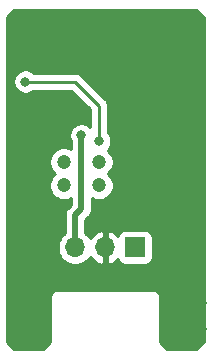
<source format=gbl>
%TF.GenerationSoftware,KiCad,Pcbnew,(5.1.7)-1*%
%TF.CreationDate,2022-01-04T16:45:12+01:00*%
%TF.ProjectId,psu-module-positive,7073752d-6d6f-4647-956c-652d706f7369,rev?*%
%TF.SameCoordinates,Original*%
%TF.FileFunction,Copper,L2,Bot*%
%TF.FilePolarity,Positive*%
%FSLAX46Y46*%
G04 Gerber Fmt 4.6, Leading zero omitted, Abs format (unit mm)*
G04 Created by KiCad (PCBNEW (5.1.7)-1) date 2022-01-04 16:45:12*
%MOMM*%
%LPD*%
G01*
G04 APERTURE LIST*
%TA.AperFunction,ComponentPad*%
%ADD10C,1.200000*%
%TD*%
%TA.AperFunction,ComponentPad*%
%ADD11R,1.700000X1.700000*%
%TD*%
%TA.AperFunction,ComponentPad*%
%ADD12O,1.700000X1.700000*%
%TD*%
%TA.AperFunction,ViaPad*%
%ADD13C,0.800000*%
%TD*%
%TA.AperFunction,Conductor*%
%ADD14C,0.250000*%
%TD*%
%TA.AperFunction,Conductor*%
%ADD15C,0.500000*%
%TD*%
%TA.AperFunction,Conductor*%
%ADD16C,0.254000*%
%TD*%
%TA.AperFunction,Conductor*%
%ADD17C,0.100000*%
%TD*%
G04 APERTURE END LIST*
D10*
X22000000Y-20500000D03*
X19000000Y-20500000D03*
X22000000Y-18500000D03*
X19000000Y-18500000D03*
D11*
X25040000Y-25750000D03*
D12*
X22500000Y-25750000D03*
X19960000Y-25750000D03*
D13*
X17500000Y-29000000D03*
X14500000Y-7000000D03*
X14500000Y-8000000D03*
X14500000Y-9000000D03*
X30500000Y-7000000D03*
X30500000Y-8000000D03*
X30500000Y-9000000D03*
X14500000Y-10000000D03*
X14500000Y-13000000D03*
X14500000Y-14000000D03*
X14500000Y-15000000D03*
X30500000Y-10000000D03*
X30500000Y-11000000D03*
X30500000Y-12000000D03*
X30500000Y-13000000D03*
X30500000Y-14000000D03*
X30500000Y-15000000D03*
X30500000Y-16000000D03*
X30500000Y-17000000D03*
X30500000Y-18000000D03*
X30500000Y-19000000D03*
X30500000Y-20000000D03*
X30500000Y-21000000D03*
X30500000Y-22000000D03*
X30500000Y-23000000D03*
X30500000Y-25000000D03*
X30500000Y-24000000D03*
X30500000Y-26000000D03*
X30500000Y-27000000D03*
X30500000Y-28000000D03*
X30500000Y-29000000D03*
X30500000Y-30000000D03*
X14500000Y-30000000D03*
X14500000Y-29000000D03*
X14500000Y-28000000D03*
X14500000Y-27000000D03*
X14500000Y-26000000D03*
X14500000Y-25000000D03*
X14500000Y-24000000D03*
X14500000Y-23000000D03*
X14500000Y-22000000D03*
X14500000Y-21000000D03*
X14500000Y-19000000D03*
X14500000Y-17000000D03*
X14500000Y-16000000D03*
X14500000Y-18000000D03*
X14500000Y-12000000D03*
X27500000Y-29000000D03*
X19500000Y-29000000D03*
X20500000Y-29000000D03*
X21500000Y-29000000D03*
X22500000Y-29000000D03*
X23500000Y-29000000D03*
X24500000Y-29000000D03*
X25500000Y-29000000D03*
X26500000Y-29000000D03*
X27500000Y-30000000D03*
X15500000Y-6000000D03*
X16500000Y-6000000D03*
X17500000Y-6000000D03*
X18500000Y-6000000D03*
X19500000Y-6000000D03*
X20500000Y-6000000D03*
X21500000Y-6000000D03*
X22500000Y-6000000D03*
X23500000Y-6000000D03*
X24500000Y-6000000D03*
X25500000Y-6000000D03*
X26500000Y-6000000D03*
X27500000Y-6000000D03*
X28500000Y-6000000D03*
X29500000Y-6000000D03*
X30500000Y-31000000D03*
X30500000Y-32000000D03*
X30500000Y-33000000D03*
X14500000Y-31000000D03*
X14500000Y-32000000D03*
X14500000Y-33000000D03*
X15500000Y-34000000D03*
X16500000Y-34000000D03*
X17500000Y-33000000D03*
X17500000Y-32000000D03*
X17500000Y-31000000D03*
X17500000Y-30000000D03*
X27500000Y-33000000D03*
X27500000Y-32000000D03*
X27500000Y-31000000D03*
X29500000Y-34000000D03*
X18500000Y-29000000D03*
X28500000Y-34000000D03*
X14500000Y-20000000D03*
X14500000Y-11000000D03*
X22000000Y-16750000D03*
X15750000Y-11700000D03*
X20500000Y-16250000D03*
D14*
X19950000Y-11700000D02*
X15750000Y-11700000D01*
X22000000Y-13750000D02*
X19950000Y-11700000D01*
X22000000Y-16750000D02*
X22000000Y-13750000D01*
D15*
X19960000Y-25750000D02*
X19960000Y-23040000D01*
X19960000Y-23040000D02*
X20500000Y-22500000D01*
X20500000Y-22500000D02*
X20500000Y-17000000D01*
X20500000Y-17000000D02*
X20500000Y-16250000D01*
D16*
X30840000Y-6273381D02*
X30840001Y-29967571D01*
X30836807Y-30000000D01*
X30849550Y-30129383D01*
X30887290Y-30253793D01*
X30948575Y-30368450D01*
X30953950Y-30375000D01*
X30948575Y-30381550D01*
X30887290Y-30496207D01*
X30849550Y-30620617D01*
X30836807Y-30750000D01*
X30840000Y-30782420D01*
X30840001Y-32217571D01*
X30836807Y-32250000D01*
X30849550Y-32379383D01*
X30887290Y-32503793D01*
X30948575Y-32618450D01*
X30953950Y-32625000D01*
X30948575Y-32631550D01*
X30887290Y-32746207D01*
X30849550Y-32870617D01*
X30836807Y-33000000D01*
X30840001Y-33032429D01*
X30840000Y-33726619D01*
X30226620Y-34340000D01*
X27773381Y-34340000D01*
X27160000Y-33726620D01*
X27160000Y-30032419D01*
X27163193Y-30000000D01*
X27150450Y-29870617D01*
X27112710Y-29746207D01*
X27051425Y-29631550D01*
X26968948Y-29531052D01*
X26868450Y-29448575D01*
X26753793Y-29387290D01*
X26629383Y-29349550D01*
X26532419Y-29340000D01*
X26500000Y-29336807D01*
X26467581Y-29340000D01*
X18532419Y-29340000D01*
X18500000Y-29336807D01*
X18467581Y-29340000D01*
X18370617Y-29349550D01*
X18246207Y-29387290D01*
X18131550Y-29448575D01*
X18031052Y-29531052D01*
X17948575Y-29631550D01*
X17887290Y-29746207D01*
X17849550Y-29870617D01*
X17836807Y-30000000D01*
X17840000Y-30032419D01*
X17840001Y-33726618D01*
X17226620Y-34340000D01*
X14773381Y-34340000D01*
X14160000Y-33726620D01*
X14160000Y-11598061D01*
X14715000Y-11598061D01*
X14715000Y-11801939D01*
X14754774Y-12001898D01*
X14832795Y-12190256D01*
X14946063Y-12359774D01*
X15090226Y-12503937D01*
X15259744Y-12617205D01*
X15448102Y-12695226D01*
X15648061Y-12735000D01*
X15851939Y-12735000D01*
X16051898Y-12695226D01*
X16240256Y-12617205D01*
X16409774Y-12503937D01*
X16453711Y-12460000D01*
X19635199Y-12460000D01*
X21240001Y-14064803D01*
X21240000Y-15526289D01*
X21159774Y-15446063D01*
X20990256Y-15332795D01*
X20801898Y-15254774D01*
X20601939Y-15215000D01*
X20398061Y-15215000D01*
X20198102Y-15254774D01*
X20009744Y-15332795D01*
X19840226Y-15446063D01*
X19696063Y-15590226D01*
X19582795Y-15759744D01*
X19504774Y-15948102D01*
X19465000Y-16148061D01*
X19465000Y-16351939D01*
X19504774Y-16551898D01*
X19582795Y-16740256D01*
X19615000Y-16788454D01*
X19615000Y-17043476D01*
X19615001Y-17043486D01*
X19615001Y-17425608D01*
X19584992Y-17405557D01*
X19360236Y-17312460D01*
X19121637Y-17265000D01*
X18878363Y-17265000D01*
X18639764Y-17312460D01*
X18415008Y-17405557D01*
X18212733Y-17540713D01*
X18040713Y-17712733D01*
X17905557Y-17915008D01*
X17812460Y-18139764D01*
X17765000Y-18378363D01*
X17765000Y-18621637D01*
X17812460Y-18860236D01*
X17905557Y-19084992D01*
X18040713Y-19287267D01*
X18212733Y-19459287D01*
X18273664Y-19500000D01*
X18212733Y-19540713D01*
X18040713Y-19712733D01*
X17905557Y-19915008D01*
X17812460Y-20139764D01*
X17765000Y-20378363D01*
X17765000Y-20621637D01*
X17812460Y-20860236D01*
X17905557Y-21084992D01*
X18040713Y-21287267D01*
X18212733Y-21459287D01*
X18415008Y-21594443D01*
X18639764Y-21687540D01*
X18878363Y-21735000D01*
X19121637Y-21735000D01*
X19360236Y-21687540D01*
X19584992Y-21594443D01*
X19615000Y-21574392D01*
X19615000Y-22133422D01*
X19364952Y-22383470D01*
X19331184Y-22411183D01*
X19303471Y-22444951D01*
X19303468Y-22444954D01*
X19220590Y-22545941D01*
X19138412Y-22699687D01*
X19087805Y-22866510D01*
X19070719Y-23040000D01*
X19075001Y-23083479D01*
X19075000Y-24555344D01*
X19013368Y-24596525D01*
X18806525Y-24803368D01*
X18644010Y-25046589D01*
X18532068Y-25316842D01*
X18475000Y-25603740D01*
X18475000Y-25896260D01*
X18532068Y-26183158D01*
X18644010Y-26453411D01*
X18806525Y-26696632D01*
X19013368Y-26903475D01*
X19256589Y-27065990D01*
X19526842Y-27177932D01*
X19813740Y-27235000D01*
X20106260Y-27235000D01*
X20393158Y-27177932D01*
X20663411Y-27065990D01*
X20906632Y-26903475D01*
X21113475Y-26696632D01*
X21235195Y-26514466D01*
X21304822Y-26631355D01*
X21499731Y-26847588D01*
X21733080Y-27021641D01*
X21995901Y-27146825D01*
X22143110Y-27191476D01*
X22373000Y-27070155D01*
X22373000Y-25877000D01*
X22353000Y-25877000D01*
X22353000Y-25623000D01*
X22373000Y-25623000D01*
X22373000Y-24429845D01*
X22627000Y-24429845D01*
X22627000Y-25623000D01*
X22647000Y-25623000D01*
X22647000Y-25877000D01*
X22627000Y-25877000D01*
X22627000Y-27070155D01*
X22856890Y-27191476D01*
X23004099Y-27146825D01*
X23266920Y-27021641D01*
X23500269Y-26847588D01*
X23576034Y-26763534D01*
X23600498Y-26844180D01*
X23659463Y-26954494D01*
X23738815Y-27051185D01*
X23835506Y-27130537D01*
X23945820Y-27189502D01*
X24065518Y-27225812D01*
X24190000Y-27238072D01*
X25890000Y-27238072D01*
X26014482Y-27225812D01*
X26134180Y-27189502D01*
X26244494Y-27130537D01*
X26341185Y-27051185D01*
X26420537Y-26954494D01*
X26479502Y-26844180D01*
X26515812Y-26724482D01*
X26528072Y-26600000D01*
X26528072Y-24900000D01*
X26515812Y-24775518D01*
X26479502Y-24655820D01*
X26420537Y-24545506D01*
X26341185Y-24448815D01*
X26244494Y-24369463D01*
X26134180Y-24310498D01*
X26014482Y-24274188D01*
X25890000Y-24261928D01*
X24190000Y-24261928D01*
X24065518Y-24274188D01*
X23945820Y-24310498D01*
X23835506Y-24369463D01*
X23738815Y-24448815D01*
X23659463Y-24545506D01*
X23600498Y-24655820D01*
X23576034Y-24736466D01*
X23500269Y-24652412D01*
X23266920Y-24478359D01*
X23004099Y-24353175D01*
X22856890Y-24308524D01*
X22627000Y-24429845D01*
X22373000Y-24429845D01*
X22143110Y-24308524D01*
X21995901Y-24353175D01*
X21733080Y-24478359D01*
X21499731Y-24652412D01*
X21304822Y-24868645D01*
X21235195Y-24985534D01*
X21113475Y-24803368D01*
X20906632Y-24596525D01*
X20845000Y-24555344D01*
X20845000Y-23406578D01*
X21095045Y-23156533D01*
X21128817Y-23128817D01*
X21239411Y-22994059D01*
X21321589Y-22840313D01*
X21372195Y-22673490D01*
X21385000Y-22543477D01*
X21385000Y-22543467D01*
X21389281Y-22500001D01*
X21385000Y-22456535D01*
X21385000Y-21574392D01*
X21415008Y-21594443D01*
X21639764Y-21687540D01*
X21878363Y-21735000D01*
X22121637Y-21735000D01*
X22360236Y-21687540D01*
X22584992Y-21594443D01*
X22787267Y-21459287D01*
X22959287Y-21287267D01*
X23094443Y-21084992D01*
X23187540Y-20860236D01*
X23235000Y-20621637D01*
X23235000Y-20378363D01*
X23187540Y-20139764D01*
X23094443Y-19915008D01*
X22959287Y-19712733D01*
X22787267Y-19540713D01*
X22726336Y-19500000D01*
X22787267Y-19459287D01*
X22959287Y-19287267D01*
X23094443Y-19084992D01*
X23187540Y-18860236D01*
X23235000Y-18621637D01*
X23235000Y-18378363D01*
X23187540Y-18139764D01*
X23094443Y-17915008D01*
X22959287Y-17712733D01*
X22787267Y-17540713D01*
X22718768Y-17494943D01*
X22803937Y-17409774D01*
X22917205Y-17240256D01*
X22995226Y-17051898D01*
X23035000Y-16851939D01*
X23035000Y-16648061D01*
X22995226Y-16448102D01*
X22917205Y-16259744D01*
X22803937Y-16090226D01*
X22760000Y-16046289D01*
X22760000Y-13787323D01*
X22763676Y-13750000D01*
X22760000Y-13712677D01*
X22760000Y-13712667D01*
X22749003Y-13601014D01*
X22705546Y-13457753D01*
X22634974Y-13325724D01*
X22540001Y-13209999D01*
X22511003Y-13186201D01*
X20513804Y-11189003D01*
X20490001Y-11159999D01*
X20374276Y-11065026D01*
X20242247Y-10994454D01*
X20098986Y-10950997D01*
X19987333Y-10940000D01*
X19987322Y-10940000D01*
X19950000Y-10936324D01*
X19912678Y-10940000D01*
X16453711Y-10940000D01*
X16409774Y-10896063D01*
X16240256Y-10782795D01*
X16051898Y-10704774D01*
X15851939Y-10665000D01*
X15648061Y-10665000D01*
X15448102Y-10704774D01*
X15259744Y-10782795D01*
X15090226Y-10896063D01*
X14946063Y-11040226D01*
X14832795Y-11209744D01*
X14754774Y-11398102D01*
X14715000Y-11598061D01*
X14160000Y-11598061D01*
X14160000Y-6273380D01*
X14773381Y-5660000D01*
X30226620Y-5660000D01*
X30840000Y-6273381D01*
%TA.AperFunction,Conductor*%
D17*
G36*
X30840000Y-6273381D02*
G01*
X30840001Y-29967571D01*
X30836807Y-30000000D01*
X30849550Y-30129383D01*
X30887290Y-30253793D01*
X30948575Y-30368450D01*
X30953950Y-30375000D01*
X30948575Y-30381550D01*
X30887290Y-30496207D01*
X30849550Y-30620617D01*
X30836807Y-30750000D01*
X30840000Y-30782420D01*
X30840001Y-32217571D01*
X30836807Y-32250000D01*
X30849550Y-32379383D01*
X30887290Y-32503793D01*
X30948575Y-32618450D01*
X30953950Y-32625000D01*
X30948575Y-32631550D01*
X30887290Y-32746207D01*
X30849550Y-32870617D01*
X30836807Y-33000000D01*
X30840001Y-33032429D01*
X30840000Y-33726619D01*
X30226620Y-34340000D01*
X27773381Y-34340000D01*
X27160000Y-33726620D01*
X27160000Y-30032419D01*
X27163193Y-30000000D01*
X27150450Y-29870617D01*
X27112710Y-29746207D01*
X27051425Y-29631550D01*
X26968948Y-29531052D01*
X26868450Y-29448575D01*
X26753793Y-29387290D01*
X26629383Y-29349550D01*
X26532419Y-29340000D01*
X26500000Y-29336807D01*
X26467581Y-29340000D01*
X18532419Y-29340000D01*
X18500000Y-29336807D01*
X18467581Y-29340000D01*
X18370617Y-29349550D01*
X18246207Y-29387290D01*
X18131550Y-29448575D01*
X18031052Y-29531052D01*
X17948575Y-29631550D01*
X17887290Y-29746207D01*
X17849550Y-29870617D01*
X17836807Y-30000000D01*
X17840000Y-30032419D01*
X17840001Y-33726618D01*
X17226620Y-34340000D01*
X14773381Y-34340000D01*
X14160000Y-33726620D01*
X14160000Y-11598061D01*
X14715000Y-11598061D01*
X14715000Y-11801939D01*
X14754774Y-12001898D01*
X14832795Y-12190256D01*
X14946063Y-12359774D01*
X15090226Y-12503937D01*
X15259744Y-12617205D01*
X15448102Y-12695226D01*
X15648061Y-12735000D01*
X15851939Y-12735000D01*
X16051898Y-12695226D01*
X16240256Y-12617205D01*
X16409774Y-12503937D01*
X16453711Y-12460000D01*
X19635199Y-12460000D01*
X21240001Y-14064803D01*
X21240000Y-15526289D01*
X21159774Y-15446063D01*
X20990256Y-15332795D01*
X20801898Y-15254774D01*
X20601939Y-15215000D01*
X20398061Y-15215000D01*
X20198102Y-15254774D01*
X20009744Y-15332795D01*
X19840226Y-15446063D01*
X19696063Y-15590226D01*
X19582795Y-15759744D01*
X19504774Y-15948102D01*
X19465000Y-16148061D01*
X19465000Y-16351939D01*
X19504774Y-16551898D01*
X19582795Y-16740256D01*
X19615000Y-16788454D01*
X19615000Y-17043476D01*
X19615001Y-17043486D01*
X19615001Y-17425608D01*
X19584992Y-17405557D01*
X19360236Y-17312460D01*
X19121637Y-17265000D01*
X18878363Y-17265000D01*
X18639764Y-17312460D01*
X18415008Y-17405557D01*
X18212733Y-17540713D01*
X18040713Y-17712733D01*
X17905557Y-17915008D01*
X17812460Y-18139764D01*
X17765000Y-18378363D01*
X17765000Y-18621637D01*
X17812460Y-18860236D01*
X17905557Y-19084992D01*
X18040713Y-19287267D01*
X18212733Y-19459287D01*
X18273664Y-19500000D01*
X18212733Y-19540713D01*
X18040713Y-19712733D01*
X17905557Y-19915008D01*
X17812460Y-20139764D01*
X17765000Y-20378363D01*
X17765000Y-20621637D01*
X17812460Y-20860236D01*
X17905557Y-21084992D01*
X18040713Y-21287267D01*
X18212733Y-21459287D01*
X18415008Y-21594443D01*
X18639764Y-21687540D01*
X18878363Y-21735000D01*
X19121637Y-21735000D01*
X19360236Y-21687540D01*
X19584992Y-21594443D01*
X19615000Y-21574392D01*
X19615000Y-22133422D01*
X19364952Y-22383470D01*
X19331184Y-22411183D01*
X19303471Y-22444951D01*
X19303468Y-22444954D01*
X19220590Y-22545941D01*
X19138412Y-22699687D01*
X19087805Y-22866510D01*
X19070719Y-23040000D01*
X19075001Y-23083479D01*
X19075000Y-24555344D01*
X19013368Y-24596525D01*
X18806525Y-24803368D01*
X18644010Y-25046589D01*
X18532068Y-25316842D01*
X18475000Y-25603740D01*
X18475000Y-25896260D01*
X18532068Y-26183158D01*
X18644010Y-26453411D01*
X18806525Y-26696632D01*
X19013368Y-26903475D01*
X19256589Y-27065990D01*
X19526842Y-27177932D01*
X19813740Y-27235000D01*
X20106260Y-27235000D01*
X20393158Y-27177932D01*
X20663411Y-27065990D01*
X20906632Y-26903475D01*
X21113475Y-26696632D01*
X21235195Y-26514466D01*
X21304822Y-26631355D01*
X21499731Y-26847588D01*
X21733080Y-27021641D01*
X21995901Y-27146825D01*
X22143110Y-27191476D01*
X22373000Y-27070155D01*
X22373000Y-25877000D01*
X22353000Y-25877000D01*
X22353000Y-25623000D01*
X22373000Y-25623000D01*
X22373000Y-24429845D01*
X22627000Y-24429845D01*
X22627000Y-25623000D01*
X22647000Y-25623000D01*
X22647000Y-25877000D01*
X22627000Y-25877000D01*
X22627000Y-27070155D01*
X22856890Y-27191476D01*
X23004099Y-27146825D01*
X23266920Y-27021641D01*
X23500269Y-26847588D01*
X23576034Y-26763534D01*
X23600498Y-26844180D01*
X23659463Y-26954494D01*
X23738815Y-27051185D01*
X23835506Y-27130537D01*
X23945820Y-27189502D01*
X24065518Y-27225812D01*
X24190000Y-27238072D01*
X25890000Y-27238072D01*
X26014482Y-27225812D01*
X26134180Y-27189502D01*
X26244494Y-27130537D01*
X26341185Y-27051185D01*
X26420537Y-26954494D01*
X26479502Y-26844180D01*
X26515812Y-26724482D01*
X26528072Y-26600000D01*
X26528072Y-24900000D01*
X26515812Y-24775518D01*
X26479502Y-24655820D01*
X26420537Y-24545506D01*
X26341185Y-24448815D01*
X26244494Y-24369463D01*
X26134180Y-24310498D01*
X26014482Y-24274188D01*
X25890000Y-24261928D01*
X24190000Y-24261928D01*
X24065518Y-24274188D01*
X23945820Y-24310498D01*
X23835506Y-24369463D01*
X23738815Y-24448815D01*
X23659463Y-24545506D01*
X23600498Y-24655820D01*
X23576034Y-24736466D01*
X23500269Y-24652412D01*
X23266920Y-24478359D01*
X23004099Y-24353175D01*
X22856890Y-24308524D01*
X22627000Y-24429845D01*
X22373000Y-24429845D01*
X22143110Y-24308524D01*
X21995901Y-24353175D01*
X21733080Y-24478359D01*
X21499731Y-24652412D01*
X21304822Y-24868645D01*
X21235195Y-24985534D01*
X21113475Y-24803368D01*
X20906632Y-24596525D01*
X20845000Y-24555344D01*
X20845000Y-23406578D01*
X21095045Y-23156533D01*
X21128817Y-23128817D01*
X21239411Y-22994059D01*
X21321589Y-22840313D01*
X21372195Y-22673490D01*
X21385000Y-22543477D01*
X21385000Y-22543467D01*
X21389281Y-22500001D01*
X21385000Y-22456535D01*
X21385000Y-21574392D01*
X21415008Y-21594443D01*
X21639764Y-21687540D01*
X21878363Y-21735000D01*
X22121637Y-21735000D01*
X22360236Y-21687540D01*
X22584992Y-21594443D01*
X22787267Y-21459287D01*
X22959287Y-21287267D01*
X23094443Y-21084992D01*
X23187540Y-20860236D01*
X23235000Y-20621637D01*
X23235000Y-20378363D01*
X23187540Y-20139764D01*
X23094443Y-19915008D01*
X22959287Y-19712733D01*
X22787267Y-19540713D01*
X22726336Y-19500000D01*
X22787267Y-19459287D01*
X22959287Y-19287267D01*
X23094443Y-19084992D01*
X23187540Y-18860236D01*
X23235000Y-18621637D01*
X23235000Y-18378363D01*
X23187540Y-18139764D01*
X23094443Y-17915008D01*
X22959287Y-17712733D01*
X22787267Y-17540713D01*
X22718768Y-17494943D01*
X22803937Y-17409774D01*
X22917205Y-17240256D01*
X22995226Y-17051898D01*
X23035000Y-16851939D01*
X23035000Y-16648061D01*
X22995226Y-16448102D01*
X22917205Y-16259744D01*
X22803937Y-16090226D01*
X22760000Y-16046289D01*
X22760000Y-13787323D01*
X22763676Y-13750000D01*
X22760000Y-13712677D01*
X22760000Y-13712667D01*
X22749003Y-13601014D01*
X22705546Y-13457753D01*
X22634974Y-13325724D01*
X22540001Y-13209999D01*
X22511003Y-13186201D01*
X20513804Y-11189003D01*
X20490001Y-11159999D01*
X20374276Y-11065026D01*
X20242247Y-10994454D01*
X20098986Y-10950997D01*
X19987333Y-10940000D01*
X19987322Y-10940000D01*
X19950000Y-10936324D01*
X19912678Y-10940000D01*
X16453711Y-10940000D01*
X16409774Y-10896063D01*
X16240256Y-10782795D01*
X16051898Y-10704774D01*
X15851939Y-10665000D01*
X15648061Y-10665000D01*
X15448102Y-10704774D01*
X15259744Y-10782795D01*
X15090226Y-10896063D01*
X14946063Y-11040226D01*
X14832795Y-11209744D01*
X14754774Y-11398102D01*
X14715000Y-11598061D01*
X14160000Y-11598061D01*
X14160000Y-6273380D01*
X14773381Y-5660000D01*
X30226620Y-5660000D01*
X30840000Y-6273381D01*
G37*
%TD.AperFunction*%
M02*

</source>
